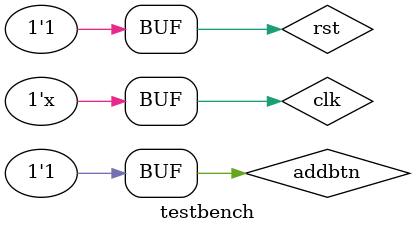
<source format=v>
`timescale 1ns / 1ps


module testbench(
    
    );
    reg clk;
    reg rst;
    reg addbtn;
    
    initial begin
        clk=1;
        rst=0;
        addbtn = 0;
    
        #20
        rst = 1;
        $display("running");
        #10000
        addbtn = 1;
    end
    
    always #10 clk = ~clk;
    top_module cpu(
        .clk(clk),
        .rst(rst),
        .addbtn(addbtn),
        .anode_n(),
        .tube_n()

        // .mid_btn_key(0),
        // .left_btn_key(0),
        // .right_btn_key(0),
        // .up_btn_key(0),
        // .down_btn_key(0),
        // .switch(0000_0000),
        // .digital_num0(000_0000),
        // .digital_num1(000_0000),
        // .digital_cs(0000_0000),
        // .led(0000_0000)
    );
    
endmodule

</source>
